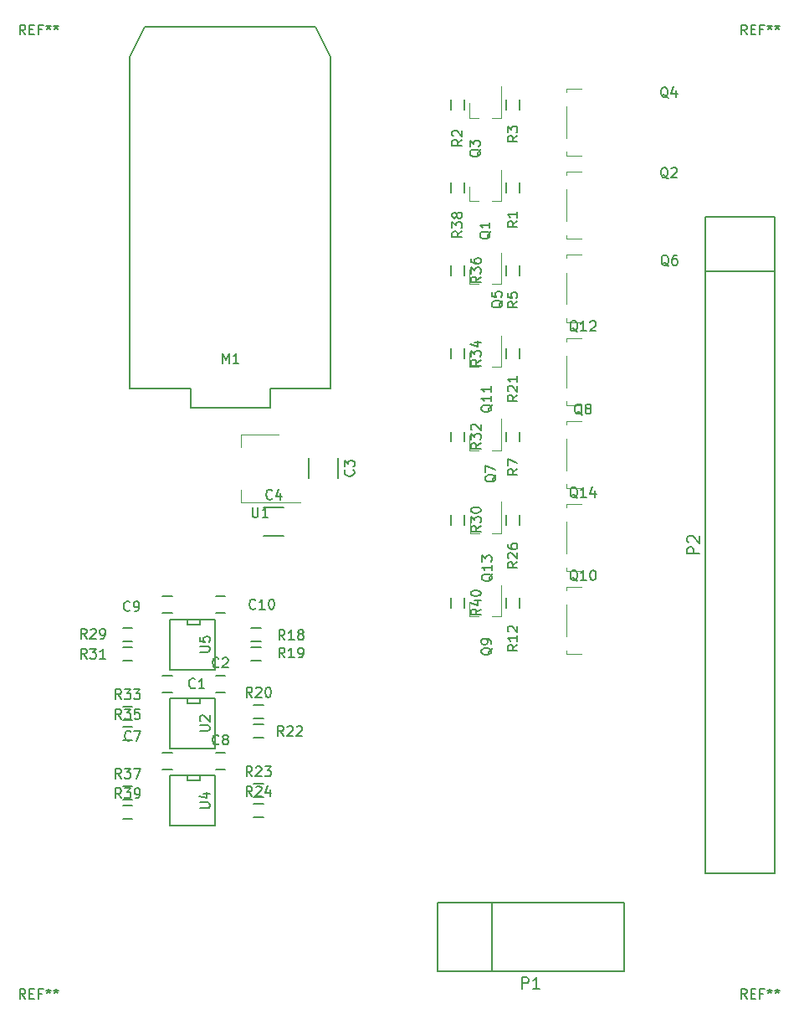
<source format=gbr>
G04 #@! TF.FileFunction,Legend,Top*
%FSLAX46Y46*%
G04 Gerber Fmt 4.6, Leading zero omitted, Abs format (unit mm)*
G04 Created by KiCad (PCBNEW 4.0.5) date Tuesday, March 07, 2017 'PMt' 04:16:58 PM*
%MOMM*%
%LPD*%
G01*
G04 APERTURE LIST*
%ADD10C,0.100000*%
%ADD11C,0.120000*%
%ADD12C,0.150000*%
G04 APERTURE END LIST*
D10*
D11*
X200490000Y-89390000D02*
X200490000Y-90650000D01*
X200490000Y-96210000D02*
X200490000Y-94950000D01*
X204250000Y-89390000D02*
X200490000Y-89390000D01*
X206500000Y-96210000D02*
X200490000Y-96210000D01*
D12*
X189500000Y-110275000D02*
X188500000Y-110275000D01*
X188500000Y-108925000D02*
X189500000Y-108925000D01*
X254500000Y-67360000D02*
X254500000Y-133760000D01*
X254500000Y-133760000D02*
X247500000Y-133760000D01*
X247500000Y-133760000D02*
X247500000Y-67360000D01*
X247500000Y-67360000D02*
X254500000Y-67360000D01*
X254500000Y-72840000D02*
X247500000Y-72840000D01*
X189240000Y-51230000D02*
X190764000Y-48182000D01*
X209560000Y-51230000D02*
X208036000Y-48182000D01*
X208036000Y-48182000D02*
X190764000Y-48182000D01*
X189240000Y-84758000D02*
X189240000Y-51230000D01*
X209560000Y-84758000D02*
X209560000Y-51230000D01*
X195386800Y-84758000D02*
X189240000Y-84758000D01*
X203413200Y-84758000D02*
X209560000Y-84758000D01*
X203413200Y-86663000D02*
X203413200Y-84758000D01*
X195386800Y-86663000D02*
X195386800Y-84758000D01*
X203413200Y-86663000D02*
X195386800Y-86663000D01*
X220360000Y-136700000D02*
X239240000Y-136700000D01*
X239240000Y-136700000D02*
X239240000Y-143700000D01*
X239240000Y-143700000D02*
X220360000Y-143700000D01*
X220360000Y-143700000D02*
X220360000Y-136700000D01*
X225840000Y-136700000D02*
X225840000Y-143700000D01*
X228675000Y-63900000D02*
X228675000Y-64900000D01*
X227325000Y-64900000D02*
X227325000Y-63900000D01*
X228675000Y-55500000D02*
X228675000Y-56500000D01*
X227325000Y-56500000D02*
X227325000Y-55500000D01*
X228675000Y-72300000D02*
X228675000Y-73300000D01*
X227325000Y-73300000D02*
X227325000Y-72300000D01*
X228675000Y-89100000D02*
X228675000Y-90100000D01*
X227325000Y-90100000D02*
X227325000Y-89100000D01*
X193500000Y-113750000D02*
X192500000Y-113750000D01*
X192500000Y-115450000D02*
X193500000Y-115450000D01*
X198900000Y-113750000D02*
X197900000Y-113750000D01*
X197900000Y-115450000D02*
X198900000Y-115450000D01*
X210275000Y-93800000D02*
X210275000Y-91800000D01*
X207325000Y-91800000D02*
X207325000Y-93800000D01*
X204800000Y-96725000D02*
X202800000Y-96725000D01*
X202800000Y-99675000D02*
X204800000Y-99675000D01*
X193500000Y-121550000D02*
X192500000Y-121550000D01*
X192500000Y-123250000D02*
X193500000Y-123250000D01*
X198900000Y-121550000D02*
X197900000Y-121550000D01*
X197900000Y-123250000D02*
X198900000Y-123250000D01*
X193500000Y-105750000D02*
X192500000Y-105750000D01*
X192500000Y-107450000D02*
X193500000Y-107450000D01*
X198900000Y-105750000D02*
X197900000Y-105750000D01*
X197900000Y-107450000D02*
X198900000Y-107450000D01*
D11*
X223620000Y-65760000D02*
X224550000Y-65760000D01*
X226780000Y-65760000D02*
X225850000Y-65760000D01*
X226780000Y-65760000D02*
X226780000Y-62600000D01*
X223620000Y-65760000D02*
X223620000Y-64300000D01*
X223620000Y-57360000D02*
X224550000Y-57360000D01*
X226780000Y-57360000D02*
X225850000Y-57360000D01*
X226780000Y-57360000D02*
X226780000Y-54200000D01*
X223620000Y-57360000D02*
X223620000Y-55900000D01*
X223620000Y-74160000D02*
X224550000Y-74160000D01*
X226780000Y-74160000D02*
X225850000Y-74160000D01*
X226780000Y-74160000D02*
X226780000Y-71000000D01*
X223620000Y-74160000D02*
X223620000Y-72700000D01*
X223620000Y-90960000D02*
X224550000Y-90960000D01*
X226780000Y-90960000D02*
X225850000Y-90960000D01*
X226780000Y-90960000D02*
X226780000Y-87800000D01*
X223620000Y-90960000D02*
X223620000Y-89500000D01*
X223620000Y-107760000D02*
X224550000Y-107760000D01*
X226780000Y-107760000D02*
X225850000Y-107760000D01*
X226780000Y-107760000D02*
X226780000Y-104600000D01*
X223620000Y-107760000D02*
X223620000Y-106300000D01*
X223620000Y-82560000D02*
X224550000Y-82560000D01*
X226780000Y-82560000D02*
X225850000Y-82560000D01*
X226780000Y-82560000D02*
X226780000Y-79400000D01*
X223620000Y-82560000D02*
X223620000Y-81100000D01*
X223670000Y-99360000D02*
X224600000Y-99360000D01*
X226830000Y-99360000D02*
X225900000Y-99360000D01*
X226830000Y-99360000D02*
X226830000Y-96200000D01*
X223670000Y-99360000D02*
X223670000Y-97900000D01*
D12*
X228675000Y-105900000D02*
X228675000Y-106900000D01*
X227325000Y-106900000D02*
X227325000Y-105900000D01*
X202500000Y-110275000D02*
X201500000Y-110275000D01*
X201500000Y-108925000D02*
X202500000Y-108925000D01*
X202500000Y-112275000D02*
X201500000Y-112275000D01*
X201500000Y-110925000D02*
X202500000Y-110925000D01*
X202750000Y-118075000D02*
X201750000Y-118075000D01*
X201750000Y-116725000D02*
X202750000Y-116725000D01*
X228675000Y-80700000D02*
X228675000Y-81700000D01*
X227325000Y-81700000D02*
X227325000Y-80700000D01*
X202750000Y-120075000D02*
X201750000Y-120075000D01*
X201750000Y-118725000D02*
X202750000Y-118725000D01*
X202750000Y-126075000D02*
X201750000Y-126075000D01*
X201750000Y-124725000D02*
X202750000Y-124725000D01*
X202750000Y-128075000D02*
X201750000Y-128075000D01*
X201750000Y-126725000D02*
X202750000Y-126725000D01*
X228675000Y-97500000D02*
X228675000Y-98500000D01*
X227325000Y-98500000D02*
X227325000Y-97500000D01*
X221725000Y-98500000D02*
X221725000Y-97500000D01*
X223075000Y-97500000D02*
X223075000Y-98500000D01*
X189500000Y-112275000D02*
X188500000Y-112275000D01*
X188500000Y-110925000D02*
X189500000Y-110925000D01*
X221725000Y-90100000D02*
X221725000Y-89100000D01*
X223075000Y-89100000D02*
X223075000Y-90100000D01*
X189500000Y-118275000D02*
X188500000Y-118275000D01*
X188500000Y-116925000D02*
X189500000Y-116925000D01*
X221725000Y-81700000D02*
X221725000Y-80700000D01*
X223075000Y-80700000D02*
X223075000Y-81700000D01*
X189500000Y-120275000D02*
X188500000Y-120275000D01*
X188500000Y-118925000D02*
X189500000Y-118925000D01*
X221725000Y-73300000D02*
X221725000Y-72300000D01*
X223075000Y-72300000D02*
X223075000Y-73300000D01*
X189500000Y-126275000D02*
X188500000Y-126275000D01*
X188500000Y-124925000D02*
X189500000Y-124925000D01*
X221725000Y-64900000D02*
X221725000Y-63900000D01*
X223075000Y-63900000D02*
X223075000Y-64900000D01*
X189500000Y-128275000D02*
X188500000Y-128275000D01*
X188500000Y-126925000D02*
X189500000Y-126925000D01*
X221725000Y-106900000D02*
X221725000Y-105900000D01*
X223075000Y-105900000D02*
X223075000Y-106900000D01*
X197886000Y-116060000D02*
X197886000Y-121140000D01*
X197886000Y-121140000D02*
X193314000Y-121140000D01*
X193314000Y-121140000D02*
X193314000Y-116060000D01*
X193314000Y-116060000D02*
X197886000Y-116060000D01*
X196362000Y-116060000D02*
X196362000Y-116568000D01*
X196362000Y-116568000D02*
X195092000Y-116568000D01*
X195092000Y-116568000D02*
X195092000Y-116060000D01*
X197886000Y-123860000D02*
X197886000Y-128940000D01*
X197886000Y-128940000D02*
X193314000Y-128940000D01*
X193314000Y-128940000D02*
X193314000Y-123860000D01*
X193314000Y-123860000D02*
X197886000Y-123860000D01*
X196362000Y-123860000D02*
X196362000Y-124368000D01*
X196362000Y-124368000D02*
X195092000Y-124368000D01*
X195092000Y-124368000D02*
X195092000Y-123860000D01*
X197886000Y-108060000D02*
X197886000Y-113140000D01*
X197886000Y-113140000D02*
X193314000Y-113140000D01*
X193314000Y-113140000D02*
X193314000Y-108060000D01*
X193314000Y-108060000D02*
X197886000Y-108060000D01*
X196362000Y-108060000D02*
X196362000Y-108568000D01*
X196362000Y-108568000D02*
X195092000Y-108568000D01*
X195092000Y-108568000D02*
X195092000Y-108060000D01*
D11*
X233400000Y-63160000D02*
X233400000Y-62810000D01*
X233400000Y-62810000D02*
X234900000Y-62810000D01*
X233400000Y-67810000D02*
X233400000Y-64610000D01*
X234900000Y-69610000D02*
X233400000Y-69610000D01*
X233400000Y-69610000D02*
X233400000Y-69210000D01*
X233400000Y-54760000D02*
X233400000Y-54410000D01*
X233400000Y-54410000D02*
X234900000Y-54410000D01*
X233400000Y-59410000D02*
X233400000Y-56210000D01*
X234900000Y-61210000D02*
X233400000Y-61210000D01*
X233400000Y-61210000D02*
X233400000Y-60810000D01*
X233400000Y-71560000D02*
X233400000Y-71210000D01*
X233400000Y-71210000D02*
X234900000Y-71210000D01*
X233400000Y-76210000D02*
X233400000Y-73010000D01*
X234900000Y-78010000D02*
X233400000Y-78010000D01*
X233400000Y-78010000D02*
X233400000Y-77610000D01*
X233400000Y-88360000D02*
X233400000Y-88010000D01*
X233400000Y-88010000D02*
X234900000Y-88010000D01*
X233400000Y-93010000D02*
X233400000Y-89810000D01*
X234900000Y-94810000D02*
X233400000Y-94810000D01*
X233400000Y-94810000D02*
X233400000Y-94410000D01*
X233400000Y-105160000D02*
X233400000Y-104810000D01*
X233400000Y-104810000D02*
X234900000Y-104810000D01*
X233400000Y-109810000D02*
X233400000Y-106610000D01*
X234900000Y-111610000D02*
X233400000Y-111610000D01*
X233400000Y-111610000D02*
X233400000Y-111210000D01*
X233400000Y-79960000D02*
X233400000Y-79610000D01*
X233400000Y-79610000D02*
X234900000Y-79610000D01*
X233400000Y-84610000D02*
X233400000Y-81410000D01*
X234900000Y-86410000D02*
X233400000Y-86410000D01*
X233400000Y-86410000D02*
X233400000Y-86010000D01*
X233400000Y-96760000D02*
X233400000Y-96410000D01*
X233400000Y-96410000D02*
X234900000Y-96410000D01*
X233400000Y-101410000D02*
X233400000Y-98210000D01*
X234900000Y-103210000D02*
X233400000Y-103210000D01*
X233400000Y-103210000D02*
X233400000Y-102810000D01*
D12*
X221725000Y-56500000D02*
X221725000Y-55500000D01*
X223075000Y-55500000D02*
X223075000Y-56500000D01*
X178666667Y-146452381D02*
X178333333Y-145976190D01*
X178095238Y-146452381D02*
X178095238Y-145452381D01*
X178476191Y-145452381D01*
X178571429Y-145500000D01*
X178619048Y-145547619D01*
X178666667Y-145642857D01*
X178666667Y-145785714D01*
X178619048Y-145880952D01*
X178571429Y-145928571D01*
X178476191Y-145976190D01*
X178095238Y-145976190D01*
X179095238Y-145928571D02*
X179428572Y-145928571D01*
X179571429Y-146452381D02*
X179095238Y-146452381D01*
X179095238Y-145452381D01*
X179571429Y-145452381D01*
X180333334Y-145928571D02*
X180000000Y-145928571D01*
X180000000Y-146452381D02*
X180000000Y-145452381D01*
X180476191Y-145452381D01*
X181000000Y-145452381D02*
X181000000Y-145690476D01*
X180761905Y-145595238D02*
X181000000Y-145690476D01*
X181238096Y-145595238D01*
X180857143Y-145880952D02*
X181000000Y-145690476D01*
X181142858Y-145880952D01*
X181761905Y-145452381D02*
X181761905Y-145690476D01*
X181523810Y-145595238D02*
X181761905Y-145690476D01*
X182000001Y-145595238D01*
X181619048Y-145880952D02*
X181761905Y-145690476D01*
X181904763Y-145880952D01*
X178666667Y-48952381D02*
X178333333Y-48476190D01*
X178095238Y-48952381D02*
X178095238Y-47952381D01*
X178476191Y-47952381D01*
X178571429Y-48000000D01*
X178619048Y-48047619D01*
X178666667Y-48142857D01*
X178666667Y-48285714D01*
X178619048Y-48380952D01*
X178571429Y-48428571D01*
X178476191Y-48476190D01*
X178095238Y-48476190D01*
X179095238Y-48428571D02*
X179428572Y-48428571D01*
X179571429Y-48952381D02*
X179095238Y-48952381D01*
X179095238Y-47952381D01*
X179571429Y-47952381D01*
X180333334Y-48428571D02*
X180000000Y-48428571D01*
X180000000Y-48952381D02*
X180000000Y-47952381D01*
X180476191Y-47952381D01*
X181000000Y-47952381D02*
X181000000Y-48190476D01*
X180761905Y-48095238D02*
X181000000Y-48190476D01*
X181238096Y-48095238D01*
X180857143Y-48380952D02*
X181000000Y-48190476D01*
X181142858Y-48380952D01*
X181761905Y-47952381D02*
X181761905Y-48190476D01*
X181523810Y-48095238D02*
X181761905Y-48190476D01*
X182000001Y-48095238D01*
X181619048Y-48380952D02*
X181761905Y-48190476D01*
X181904763Y-48380952D01*
X251666667Y-48952381D02*
X251333333Y-48476190D01*
X251095238Y-48952381D02*
X251095238Y-47952381D01*
X251476191Y-47952381D01*
X251571429Y-48000000D01*
X251619048Y-48047619D01*
X251666667Y-48142857D01*
X251666667Y-48285714D01*
X251619048Y-48380952D01*
X251571429Y-48428571D01*
X251476191Y-48476190D01*
X251095238Y-48476190D01*
X252095238Y-48428571D02*
X252428572Y-48428571D01*
X252571429Y-48952381D02*
X252095238Y-48952381D01*
X252095238Y-47952381D01*
X252571429Y-47952381D01*
X253333334Y-48428571D02*
X253000000Y-48428571D01*
X253000000Y-48952381D02*
X253000000Y-47952381D01*
X253476191Y-47952381D01*
X254000000Y-47952381D02*
X254000000Y-48190476D01*
X253761905Y-48095238D02*
X254000000Y-48190476D01*
X254238096Y-48095238D01*
X253857143Y-48380952D02*
X254000000Y-48190476D01*
X254142858Y-48380952D01*
X254761905Y-47952381D02*
X254761905Y-48190476D01*
X254523810Y-48095238D02*
X254761905Y-48190476D01*
X255000001Y-48095238D01*
X254619048Y-48380952D02*
X254761905Y-48190476D01*
X254904763Y-48380952D01*
X201638095Y-96752381D02*
X201638095Y-97561905D01*
X201685714Y-97657143D01*
X201733333Y-97704762D01*
X201828571Y-97752381D01*
X202019048Y-97752381D01*
X202114286Y-97704762D01*
X202161905Y-97657143D01*
X202209524Y-97561905D01*
X202209524Y-96752381D01*
X203209524Y-97752381D02*
X202638095Y-97752381D01*
X202923809Y-97752381D02*
X202923809Y-96752381D01*
X202828571Y-96895238D01*
X202733333Y-96990476D01*
X202638095Y-97038095D01*
X184857143Y-110052381D02*
X184523809Y-109576190D01*
X184285714Y-110052381D02*
X184285714Y-109052381D01*
X184666667Y-109052381D01*
X184761905Y-109100000D01*
X184809524Y-109147619D01*
X184857143Y-109242857D01*
X184857143Y-109385714D01*
X184809524Y-109480952D01*
X184761905Y-109528571D01*
X184666667Y-109576190D01*
X184285714Y-109576190D01*
X185238095Y-109147619D02*
X185285714Y-109100000D01*
X185380952Y-109052381D01*
X185619048Y-109052381D01*
X185714286Y-109100000D01*
X185761905Y-109147619D01*
X185809524Y-109242857D01*
X185809524Y-109338095D01*
X185761905Y-109480952D01*
X185190476Y-110052381D01*
X185809524Y-110052381D01*
X186285714Y-110052381D02*
X186476190Y-110052381D01*
X186571429Y-110004762D01*
X186619048Y-109957143D01*
X186714286Y-109814286D01*
X186761905Y-109623810D01*
X186761905Y-109242857D01*
X186714286Y-109147619D01*
X186666667Y-109100000D01*
X186571429Y-109052381D01*
X186380952Y-109052381D01*
X186285714Y-109100000D01*
X186238095Y-109147619D01*
X186190476Y-109242857D01*
X186190476Y-109480952D01*
X186238095Y-109576190D01*
X186285714Y-109623810D01*
X186380952Y-109671429D01*
X186571429Y-109671429D01*
X186666667Y-109623810D01*
X186714286Y-109576190D01*
X186761905Y-109480952D01*
X246842857Y-101445714D02*
X245642857Y-101445714D01*
X245642857Y-100988571D01*
X245700000Y-100874285D01*
X245757143Y-100817142D01*
X245871429Y-100759999D01*
X246042857Y-100759999D01*
X246157143Y-100817142D01*
X246214286Y-100874285D01*
X246271429Y-100988571D01*
X246271429Y-101445714D01*
X245757143Y-100302857D02*
X245700000Y-100245714D01*
X245642857Y-100131428D01*
X245642857Y-99845714D01*
X245700000Y-99731428D01*
X245757143Y-99674285D01*
X245871429Y-99617142D01*
X245985714Y-99617142D01*
X246157143Y-99674285D01*
X246842857Y-100359999D01*
X246842857Y-99617142D01*
X198590476Y-82162381D02*
X198590476Y-81162381D01*
X198923810Y-81876667D01*
X199257143Y-81162381D01*
X199257143Y-82162381D01*
X200257143Y-82162381D02*
X199685714Y-82162381D01*
X199971428Y-82162381D02*
X199971428Y-81162381D01*
X199876190Y-81305238D01*
X199780952Y-81400476D01*
X199685714Y-81448095D01*
X228914286Y-145442857D02*
X228914286Y-144242857D01*
X229371429Y-144242857D01*
X229485715Y-144300000D01*
X229542858Y-144357143D01*
X229600001Y-144471429D01*
X229600001Y-144642857D01*
X229542858Y-144757143D01*
X229485715Y-144814286D01*
X229371429Y-144871429D01*
X228914286Y-144871429D01*
X230742858Y-145442857D02*
X230057143Y-145442857D01*
X230400001Y-145442857D02*
X230400001Y-144242857D01*
X230285715Y-144414286D01*
X230171429Y-144528571D01*
X230057143Y-144585714D01*
X228452381Y-67816666D02*
X227976190Y-68150000D01*
X228452381Y-68388095D02*
X227452381Y-68388095D01*
X227452381Y-68007142D01*
X227500000Y-67911904D01*
X227547619Y-67864285D01*
X227642857Y-67816666D01*
X227785714Y-67816666D01*
X227880952Y-67864285D01*
X227928571Y-67911904D01*
X227976190Y-68007142D01*
X227976190Y-68388095D01*
X228452381Y-66864285D02*
X228452381Y-67435714D01*
X228452381Y-67150000D02*
X227452381Y-67150000D01*
X227595238Y-67245238D01*
X227690476Y-67340476D01*
X227738095Y-67435714D01*
X228452381Y-59166666D02*
X227976190Y-59500000D01*
X228452381Y-59738095D02*
X227452381Y-59738095D01*
X227452381Y-59357142D01*
X227500000Y-59261904D01*
X227547619Y-59214285D01*
X227642857Y-59166666D01*
X227785714Y-59166666D01*
X227880952Y-59214285D01*
X227928571Y-59261904D01*
X227976190Y-59357142D01*
X227976190Y-59738095D01*
X227452381Y-58833333D02*
X227452381Y-58214285D01*
X227833333Y-58547619D01*
X227833333Y-58404761D01*
X227880952Y-58309523D01*
X227928571Y-58261904D01*
X228023810Y-58214285D01*
X228261905Y-58214285D01*
X228357143Y-58261904D01*
X228404762Y-58309523D01*
X228452381Y-58404761D01*
X228452381Y-58690476D01*
X228404762Y-58785714D01*
X228357143Y-58833333D01*
X228452381Y-75966666D02*
X227976190Y-76300000D01*
X228452381Y-76538095D02*
X227452381Y-76538095D01*
X227452381Y-76157142D01*
X227500000Y-76061904D01*
X227547619Y-76014285D01*
X227642857Y-75966666D01*
X227785714Y-75966666D01*
X227880952Y-76014285D01*
X227928571Y-76061904D01*
X227976190Y-76157142D01*
X227976190Y-76538095D01*
X227452381Y-75061904D02*
X227452381Y-75538095D01*
X227928571Y-75585714D01*
X227880952Y-75538095D01*
X227833333Y-75442857D01*
X227833333Y-75204761D01*
X227880952Y-75109523D01*
X227928571Y-75061904D01*
X228023810Y-75014285D01*
X228261905Y-75014285D01*
X228357143Y-75061904D01*
X228404762Y-75109523D01*
X228452381Y-75204761D01*
X228452381Y-75442857D01*
X228404762Y-75538095D01*
X228357143Y-75585714D01*
X228452381Y-92866666D02*
X227976190Y-93200000D01*
X228452381Y-93438095D02*
X227452381Y-93438095D01*
X227452381Y-93057142D01*
X227500000Y-92961904D01*
X227547619Y-92914285D01*
X227642857Y-92866666D01*
X227785714Y-92866666D01*
X227880952Y-92914285D01*
X227928571Y-92961904D01*
X227976190Y-93057142D01*
X227976190Y-93438095D01*
X227452381Y-92533333D02*
X227452381Y-91866666D01*
X228452381Y-92295238D01*
X195833334Y-114957143D02*
X195785715Y-115004762D01*
X195642858Y-115052381D01*
X195547620Y-115052381D01*
X195404762Y-115004762D01*
X195309524Y-114909524D01*
X195261905Y-114814286D01*
X195214286Y-114623810D01*
X195214286Y-114480952D01*
X195261905Y-114290476D01*
X195309524Y-114195238D01*
X195404762Y-114100000D01*
X195547620Y-114052381D01*
X195642858Y-114052381D01*
X195785715Y-114100000D01*
X195833334Y-114147619D01*
X196785715Y-115052381D02*
X196214286Y-115052381D01*
X196500000Y-115052381D02*
X196500000Y-114052381D01*
X196404762Y-114195238D01*
X196309524Y-114290476D01*
X196214286Y-114338095D01*
X198233334Y-112857143D02*
X198185715Y-112904762D01*
X198042858Y-112952381D01*
X197947620Y-112952381D01*
X197804762Y-112904762D01*
X197709524Y-112809524D01*
X197661905Y-112714286D01*
X197614286Y-112523810D01*
X197614286Y-112380952D01*
X197661905Y-112190476D01*
X197709524Y-112095238D01*
X197804762Y-112000000D01*
X197947620Y-111952381D01*
X198042858Y-111952381D01*
X198185715Y-112000000D01*
X198233334Y-112047619D01*
X198614286Y-112047619D02*
X198661905Y-112000000D01*
X198757143Y-111952381D01*
X198995239Y-111952381D01*
X199090477Y-112000000D01*
X199138096Y-112047619D01*
X199185715Y-112142857D01*
X199185715Y-112238095D01*
X199138096Y-112380952D01*
X198566667Y-112952381D01*
X199185715Y-112952381D01*
X211857143Y-92966666D02*
X211904762Y-93014285D01*
X211952381Y-93157142D01*
X211952381Y-93252380D01*
X211904762Y-93395238D01*
X211809524Y-93490476D01*
X211714286Y-93538095D01*
X211523810Y-93585714D01*
X211380952Y-93585714D01*
X211190476Y-93538095D01*
X211095238Y-93490476D01*
X211000000Y-93395238D01*
X210952381Y-93252380D01*
X210952381Y-93157142D01*
X211000000Y-93014285D01*
X211047619Y-92966666D01*
X210952381Y-92633333D02*
X210952381Y-92014285D01*
X211333333Y-92347619D01*
X211333333Y-92204761D01*
X211380952Y-92109523D01*
X211428571Y-92061904D01*
X211523810Y-92014285D01*
X211761905Y-92014285D01*
X211857143Y-92061904D01*
X211904762Y-92109523D01*
X211952381Y-92204761D01*
X211952381Y-92490476D01*
X211904762Y-92585714D01*
X211857143Y-92633333D01*
X203633334Y-95857143D02*
X203585715Y-95904762D01*
X203442858Y-95952381D01*
X203347620Y-95952381D01*
X203204762Y-95904762D01*
X203109524Y-95809524D01*
X203061905Y-95714286D01*
X203014286Y-95523810D01*
X203014286Y-95380952D01*
X203061905Y-95190476D01*
X203109524Y-95095238D01*
X203204762Y-95000000D01*
X203347620Y-94952381D01*
X203442858Y-94952381D01*
X203585715Y-95000000D01*
X203633334Y-95047619D01*
X204490477Y-95285714D02*
X204490477Y-95952381D01*
X204252381Y-94904762D02*
X204014286Y-95619048D01*
X204633334Y-95619048D01*
X189333334Y-120257143D02*
X189285715Y-120304762D01*
X189142858Y-120352381D01*
X189047620Y-120352381D01*
X188904762Y-120304762D01*
X188809524Y-120209524D01*
X188761905Y-120114286D01*
X188714286Y-119923810D01*
X188714286Y-119780952D01*
X188761905Y-119590476D01*
X188809524Y-119495238D01*
X188904762Y-119400000D01*
X189047620Y-119352381D01*
X189142858Y-119352381D01*
X189285715Y-119400000D01*
X189333334Y-119447619D01*
X189666667Y-119352381D02*
X190333334Y-119352381D01*
X189904762Y-120352381D01*
X198233334Y-120657143D02*
X198185715Y-120704762D01*
X198042858Y-120752381D01*
X197947620Y-120752381D01*
X197804762Y-120704762D01*
X197709524Y-120609524D01*
X197661905Y-120514286D01*
X197614286Y-120323810D01*
X197614286Y-120180952D01*
X197661905Y-119990476D01*
X197709524Y-119895238D01*
X197804762Y-119800000D01*
X197947620Y-119752381D01*
X198042858Y-119752381D01*
X198185715Y-119800000D01*
X198233334Y-119847619D01*
X198804762Y-120180952D02*
X198709524Y-120133333D01*
X198661905Y-120085714D01*
X198614286Y-119990476D01*
X198614286Y-119942857D01*
X198661905Y-119847619D01*
X198709524Y-119800000D01*
X198804762Y-119752381D01*
X198995239Y-119752381D01*
X199090477Y-119800000D01*
X199138096Y-119847619D01*
X199185715Y-119942857D01*
X199185715Y-119990476D01*
X199138096Y-120085714D01*
X199090477Y-120133333D01*
X198995239Y-120180952D01*
X198804762Y-120180952D01*
X198709524Y-120228571D01*
X198661905Y-120276190D01*
X198614286Y-120371429D01*
X198614286Y-120561905D01*
X198661905Y-120657143D01*
X198709524Y-120704762D01*
X198804762Y-120752381D01*
X198995239Y-120752381D01*
X199090477Y-120704762D01*
X199138096Y-120657143D01*
X199185715Y-120561905D01*
X199185715Y-120371429D01*
X199138096Y-120276190D01*
X199090477Y-120228571D01*
X198995239Y-120180952D01*
X189233334Y-107157143D02*
X189185715Y-107204762D01*
X189042858Y-107252381D01*
X188947620Y-107252381D01*
X188804762Y-107204762D01*
X188709524Y-107109524D01*
X188661905Y-107014286D01*
X188614286Y-106823810D01*
X188614286Y-106680952D01*
X188661905Y-106490476D01*
X188709524Y-106395238D01*
X188804762Y-106300000D01*
X188947620Y-106252381D01*
X189042858Y-106252381D01*
X189185715Y-106300000D01*
X189233334Y-106347619D01*
X189709524Y-107252381D02*
X189900000Y-107252381D01*
X189995239Y-107204762D01*
X190042858Y-107157143D01*
X190138096Y-107014286D01*
X190185715Y-106823810D01*
X190185715Y-106442857D01*
X190138096Y-106347619D01*
X190090477Y-106300000D01*
X189995239Y-106252381D01*
X189804762Y-106252381D01*
X189709524Y-106300000D01*
X189661905Y-106347619D01*
X189614286Y-106442857D01*
X189614286Y-106680952D01*
X189661905Y-106776190D01*
X189709524Y-106823810D01*
X189804762Y-106871429D01*
X189995239Y-106871429D01*
X190090477Y-106823810D01*
X190138096Y-106776190D01*
X190185715Y-106680952D01*
X201957143Y-106957143D02*
X201909524Y-107004762D01*
X201766667Y-107052381D01*
X201671429Y-107052381D01*
X201528571Y-107004762D01*
X201433333Y-106909524D01*
X201385714Y-106814286D01*
X201338095Y-106623810D01*
X201338095Y-106480952D01*
X201385714Y-106290476D01*
X201433333Y-106195238D01*
X201528571Y-106100000D01*
X201671429Y-106052381D01*
X201766667Y-106052381D01*
X201909524Y-106100000D01*
X201957143Y-106147619D01*
X202909524Y-107052381D02*
X202338095Y-107052381D01*
X202623809Y-107052381D02*
X202623809Y-106052381D01*
X202528571Y-106195238D01*
X202433333Y-106290476D01*
X202338095Y-106338095D01*
X203528571Y-106052381D02*
X203623810Y-106052381D01*
X203719048Y-106100000D01*
X203766667Y-106147619D01*
X203814286Y-106242857D01*
X203861905Y-106433333D01*
X203861905Y-106671429D01*
X203814286Y-106861905D01*
X203766667Y-106957143D01*
X203719048Y-107004762D01*
X203623810Y-107052381D01*
X203528571Y-107052381D01*
X203433333Y-107004762D01*
X203385714Y-106957143D01*
X203338095Y-106861905D01*
X203290476Y-106671429D01*
X203290476Y-106433333D01*
X203338095Y-106242857D01*
X203385714Y-106147619D01*
X203433333Y-106100000D01*
X203528571Y-106052381D01*
X225747619Y-68845238D02*
X225700000Y-68940476D01*
X225604762Y-69035714D01*
X225461905Y-69178571D01*
X225414286Y-69273810D01*
X225414286Y-69369048D01*
X225652381Y-69321429D02*
X225604762Y-69416667D01*
X225509524Y-69511905D01*
X225319048Y-69559524D01*
X224985714Y-69559524D01*
X224795238Y-69511905D01*
X224700000Y-69416667D01*
X224652381Y-69321429D01*
X224652381Y-69130952D01*
X224700000Y-69035714D01*
X224795238Y-68940476D01*
X224985714Y-68892857D01*
X225319048Y-68892857D01*
X225509524Y-68940476D01*
X225604762Y-69035714D01*
X225652381Y-69130952D01*
X225652381Y-69321429D01*
X225652381Y-67940476D02*
X225652381Y-68511905D01*
X225652381Y-68226191D02*
X224652381Y-68226191D01*
X224795238Y-68321429D01*
X224890476Y-68416667D01*
X224938095Y-68511905D01*
X224747619Y-60545238D02*
X224700000Y-60640476D01*
X224604762Y-60735714D01*
X224461905Y-60878571D01*
X224414286Y-60973810D01*
X224414286Y-61069048D01*
X224652381Y-61021429D02*
X224604762Y-61116667D01*
X224509524Y-61211905D01*
X224319048Y-61259524D01*
X223985714Y-61259524D01*
X223795238Y-61211905D01*
X223700000Y-61116667D01*
X223652381Y-61021429D01*
X223652381Y-60830952D01*
X223700000Y-60735714D01*
X223795238Y-60640476D01*
X223985714Y-60592857D01*
X224319048Y-60592857D01*
X224509524Y-60640476D01*
X224604762Y-60735714D01*
X224652381Y-60830952D01*
X224652381Y-61021429D01*
X223652381Y-60259524D02*
X223652381Y-59640476D01*
X224033333Y-59973810D01*
X224033333Y-59830952D01*
X224080952Y-59735714D01*
X224128571Y-59688095D01*
X224223810Y-59640476D01*
X224461905Y-59640476D01*
X224557143Y-59688095D01*
X224604762Y-59735714D01*
X224652381Y-59830952D01*
X224652381Y-60116667D01*
X224604762Y-60211905D01*
X224557143Y-60259524D01*
X226957619Y-75835238D02*
X226910000Y-75930476D01*
X226814762Y-76025714D01*
X226671905Y-76168571D01*
X226624286Y-76263810D01*
X226624286Y-76359048D01*
X226862381Y-76311429D02*
X226814762Y-76406667D01*
X226719524Y-76501905D01*
X226529048Y-76549524D01*
X226195714Y-76549524D01*
X226005238Y-76501905D01*
X225910000Y-76406667D01*
X225862381Y-76311429D01*
X225862381Y-76120952D01*
X225910000Y-76025714D01*
X226005238Y-75930476D01*
X226195714Y-75882857D01*
X226529048Y-75882857D01*
X226719524Y-75930476D01*
X226814762Y-76025714D01*
X226862381Y-76120952D01*
X226862381Y-76311429D01*
X225862381Y-74978095D02*
X225862381Y-75454286D01*
X226338571Y-75501905D01*
X226290952Y-75454286D01*
X226243333Y-75359048D01*
X226243333Y-75120952D01*
X226290952Y-75025714D01*
X226338571Y-74978095D01*
X226433810Y-74930476D01*
X226671905Y-74930476D01*
X226767143Y-74978095D01*
X226814762Y-75025714D01*
X226862381Y-75120952D01*
X226862381Y-75359048D01*
X226814762Y-75454286D01*
X226767143Y-75501905D01*
X226297619Y-93445238D02*
X226250000Y-93540476D01*
X226154762Y-93635714D01*
X226011905Y-93778571D01*
X225964286Y-93873810D01*
X225964286Y-93969048D01*
X226202381Y-93921429D02*
X226154762Y-94016667D01*
X226059524Y-94111905D01*
X225869048Y-94159524D01*
X225535714Y-94159524D01*
X225345238Y-94111905D01*
X225250000Y-94016667D01*
X225202381Y-93921429D01*
X225202381Y-93730952D01*
X225250000Y-93635714D01*
X225345238Y-93540476D01*
X225535714Y-93492857D01*
X225869048Y-93492857D01*
X226059524Y-93540476D01*
X226154762Y-93635714D01*
X226202381Y-93730952D01*
X226202381Y-93921429D01*
X225202381Y-93159524D02*
X225202381Y-92492857D01*
X226202381Y-92921429D01*
X225897619Y-110945238D02*
X225850000Y-111040476D01*
X225754762Y-111135714D01*
X225611905Y-111278571D01*
X225564286Y-111373810D01*
X225564286Y-111469048D01*
X225802381Y-111421429D02*
X225754762Y-111516667D01*
X225659524Y-111611905D01*
X225469048Y-111659524D01*
X225135714Y-111659524D01*
X224945238Y-111611905D01*
X224850000Y-111516667D01*
X224802381Y-111421429D01*
X224802381Y-111230952D01*
X224850000Y-111135714D01*
X224945238Y-111040476D01*
X225135714Y-110992857D01*
X225469048Y-110992857D01*
X225659524Y-111040476D01*
X225754762Y-111135714D01*
X225802381Y-111230952D01*
X225802381Y-111421429D01*
X225802381Y-110516667D02*
X225802381Y-110326191D01*
X225754762Y-110230952D01*
X225707143Y-110183333D01*
X225564286Y-110088095D01*
X225373810Y-110040476D01*
X224992857Y-110040476D01*
X224897619Y-110088095D01*
X224850000Y-110135714D01*
X224802381Y-110230952D01*
X224802381Y-110421429D01*
X224850000Y-110516667D01*
X224897619Y-110564286D01*
X224992857Y-110611905D01*
X225230952Y-110611905D01*
X225326190Y-110564286D01*
X225373810Y-110516667D01*
X225421429Y-110421429D01*
X225421429Y-110230952D01*
X225373810Y-110135714D01*
X225326190Y-110088095D01*
X225230952Y-110040476D01*
X225897619Y-86371428D02*
X225850000Y-86466666D01*
X225754762Y-86561904D01*
X225611905Y-86704761D01*
X225564286Y-86800000D01*
X225564286Y-86895238D01*
X225802381Y-86847619D02*
X225754762Y-86942857D01*
X225659524Y-87038095D01*
X225469048Y-87085714D01*
X225135714Y-87085714D01*
X224945238Y-87038095D01*
X224850000Y-86942857D01*
X224802381Y-86847619D01*
X224802381Y-86657142D01*
X224850000Y-86561904D01*
X224945238Y-86466666D01*
X225135714Y-86419047D01*
X225469048Y-86419047D01*
X225659524Y-86466666D01*
X225754762Y-86561904D01*
X225802381Y-86657142D01*
X225802381Y-86847619D01*
X225802381Y-85466666D02*
X225802381Y-86038095D01*
X225802381Y-85752381D02*
X224802381Y-85752381D01*
X224945238Y-85847619D01*
X225040476Y-85942857D01*
X225088095Y-86038095D01*
X225802381Y-84514285D02*
X225802381Y-85085714D01*
X225802381Y-84800000D02*
X224802381Y-84800000D01*
X224945238Y-84895238D01*
X225040476Y-84990476D01*
X225088095Y-85085714D01*
X225947619Y-103471428D02*
X225900000Y-103566666D01*
X225804762Y-103661904D01*
X225661905Y-103804761D01*
X225614286Y-103900000D01*
X225614286Y-103995238D01*
X225852381Y-103947619D02*
X225804762Y-104042857D01*
X225709524Y-104138095D01*
X225519048Y-104185714D01*
X225185714Y-104185714D01*
X224995238Y-104138095D01*
X224900000Y-104042857D01*
X224852381Y-103947619D01*
X224852381Y-103757142D01*
X224900000Y-103661904D01*
X224995238Y-103566666D01*
X225185714Y-103519047D01*
X225519048Y-103519047D01*
X225709524Y-103566666D01*
X225804762Y-103661904D01*
X225852381Y-103757142D01*
X225852381Y-103947619D01*
X225852381Y-102566666D02*
X225852381Y-103138095D01*
X225852381Y-102852381D02*
X224852381Y-102852381D01*
X224995238Y-102947619D01*
X225090476Y-103042857D01*
X225138095Y-103138095D01*
X224852381Y-102233333D02*
X224852381Y-101614285D01*
X225233333Y-101947619D01*
X225233333Y-101804761D01*
X225280952Y-101709523D01*
X225328571Y-101661904D01*
X225423810Y-101614285D01*
X225661905Y-101614285D01*
X225757143Y-101661904D01*
X225804762Y-101709523D01*
X225852381Y-101804761D01*
X225852381Y-102090476D01*
X225804762Y-102185714D01*
X225757143Y-102233333D01*
X228452381Y-110642857D02*
X227976190Y-110976191D01*
X228452381Y-111214286D02*
X227452381Y-111214286D01*
X227452381Y-110833333D01*
X227500000Y-110738095D01*
X227547619Y-110690476D01*
X227642857Y-110642857D01*
X227785714Y-110642857D01*
X227880952Y-110690476D01*
X227928571Y-110738095D01*
X227976190Y-110833333D01*
X227976190Y-111214286D01*
X228452381Y-109690476D02*
X228452381Y-110261905D01*
X228452381Y-109976191D02*
X227452381Y-109976191D01*
X227595238Y-110071429D01*
X227690476Y-110166667D01*
X227738095Y-110261905D01*
X227547619Y-109309524D02*
X227500000Y-109261905D01*
X227452381Y-109166667D01*
X227452381Y-108928571D01*
X227500000Y-108833333D01*
X227547619Y-108785714D01*
X227642857Y-108738095D01*
X227738095Y-108738095D01*
X227880952Y-108785714D01*
X228452381Y-109357143D01*
X228452381Y-108738095D01*
X204907143Y-110152381D02*
X204573809Y-109676190D01*
X204335714Y-110152381D02*
X204335714Y-109152381D01*
X204716667Y-109152381D01*
X204811905Y-109200000D01*
X204859524Y-109247619D01*
X204907143Y-109342857D01*
X204907143Y-109485714D01*
X204859524Y-109580952D01*
X204811905Y-109628571D01*
X204716667Y-109676190D01*
X204335714Y-109676190D01*
X205859524Y-110152381D02*
X205288095Y-110152381D01*
X205573809Y-110152381D02*
X205573809Y-109152381D01*
X205478571Y-109295238D01*
X205383333Y-109390476D01*
X205288095Y-109438095D01*
X206430952Y-109580952D02*
X206335714Y-109533333D01*
X206288095Y-109485714D01*
X206240476Y-109390476D01*
X206240476Y-109342857D01*
X206288095Y-109247619D01*
X206335714Y-109200000D01*
X206430952Y-109152381D01*
X206621429Y-109152381D01*
X206716667Y-109200000D01*
X206764286Y-109247619D01*
X206811905Y-109342857D01*
X206811905Y-109390476D01*
X206764286Y-109485714D01*
X206716667Y-109533333D01*
X206621429Y-109580952D01*
X206430952Y-109580952D01*
X206335714Y-109628571D01*
X206288095Y-109676190D01*
X206240476Y-109771429D01*
X206240476Y-109961905D01*
X206288095Y-110057143D01*
X206335714Y-110104762D01*
X206430952Y-110152381D01*
X206621429Y-110152381D01*
X206716667Y-110104762D01*
X206764286Y-110057143D01*
X206811905Y-109961905D01*
X206811905Y-109771429D01*
X206764286Y-109676190D01*
X206716667Y-109628571D01*
X206621429Y-109580952D01*
X204907143Y-111952381D02*
X204573809Y-111476190D01*
X204335714Y-111952381D02*
X204335714Y-110952381D01*
X204716667Y-110952381D01*
X204811905Y-111000000D01*
X204859524Y-111047619D01*
X204907143Y-111142857D01*
X204907143Y-111285714D01*
X204859524Y-111380952D01*
X204811905Y-111428571D01*
X204716667Y-111476190D01*
X204335714Y-111476190D01*
X205859524Y-111952381D02*
X205288095Y-111952381D01*
X205573809Y-111952381D02*
X205573809Y-110952381D01*
X205478571Y-111095238D01*
X205383333Y-111190476D01*
X205288095Y-111238095D01*
X206335714Y-111952381D02*
X206526190Y-111952381D01*
X206621429Y-111904762D01*
X206669048Y-111857143D01*
X206764286Y-111714286D01*
X206811905Y-111523810D01*
X206811905Y-111142857D01*
X206764286Y-111047619D01*
X206716667Y-111000000D01*
X206621429Y-110952381D01*
X206430952Y-110952381D01*
X206335714Y-111000000D01*
X206288095Y-111047619D01*
X206240476Y-111142857D01*
X206240476Y-111380952D01*
X206288095Y-111476190D01*
X206335714Y-111523810D01*
X206430952Y-111571429D01*
X206621429Y-111571429D01*
X206716667Y-111523810D01*
X206764286Y-111476190D01*
X206811905Y-111380952D01*
X201607143Y-115952381D02*
X201273809Y-115476190D01*
X201035714Y-115952381D02*
X201035714Y-114952381D01*
X201416667Y-114952381D01*
X201511905Y-115000000D01*
X201559524Y-115047619D01*
X201607143Y-115142857D01*
X201607143Y-115285714D01*
X201559524Y-115380952D01*
X201511905Y-115428571D01*
X201416667Y-115476190D01*
X201035714Y-115476190D01*
X201988095Y-115047619D02*
X202035714Y-115000000D01*
X202130952Y-114952381D01*
X202369048Y-114952381D01*
X202464286Y-115000000D01*
X202511905Y-115047619D01*
X202559524Y-115142857D01*
X202559524Y-115238095D01*
X202511905Y-115380952D01*
X201940476Y-115952381D01*
X202559524Y-115952381D01*
X203178571Y-114952381D02*
X203273810Y-114952381D01*
X203369048Y-115000000D01*
X203416667Y-115047619D01*
X203464286Y-115142857D01*
X203511905Y-115333333D01*
X203511905Y-115571429D01*
X203464286Y-115761905D01*
X203416667Y-115857143D01*
X203369048Y-115904762D01*
X203273810Y-115952381D01*
X203178571Y-115952381D01*
X203083333Y-115904762D01*
X203035714Y-115857143D01*
X202988095Y-115761905D01*
X202940476Y-115571429D01*
X202940476Y-115333333D01*
X202988095Y-115142857D01*
X203035714Y-115047619D01*
X203083333Y-115000000D01*
X203178571Y-114952381D01*
X228452381Y-85392857D02*
X227976190Y-85726191D01*
X228452381Y-85964286D02*
X227452381Y-85964286D01*
X227452381Y-85583333D01*
X227500000Y-85488095D01*
X227547619Y-85440476D01*
X227642857Y-85392857D01*
X227785714Y-85392857D01*
X227880952Y-85440476D01*
X227928571Y-85488095D01*
X227976190Y-85583333D01*
X227976190Y-85964286D01*
X227547619Y-85011905D02*
X227500000Y-84964286D01*
X227452381Y-84869048D01*
X227452381Y-84630952D01*
X227500000Y-84535714D01*
X227547619Y-84488095D01*
X227642857Y-84440476D01*
X227738095Y-84440476D01*
X227880952Y-84488095D01*
X228452381Y-85059524D01*
X228452381Y-84440476D01*
X228452381Y-83488095D02*
X228452381Y-84059524D01*
X228452381Y-83773810D02*
X227452381Y-83773810D01*
X227595238Y-83869048D01*
X227690476Y-83964286D01*
X227738095Y-84059524D01*
X204782143Y-119852381D02*
X204448809Y-119376190D01*
X204210714Y-119852381D02*
X204210714Y-118852381D01*
X204591667Y-118852381D01*
X204686905Y-118900000D01*
X204734524Y-118947619D01*
X204782143Y-119042857D01*
X204782143Y-119185714D01*
X204734524Y-119280952D01*
X204686905Y-119328571D01*
X204591667Y-119376190D01*
X204210714Y-119376190D01*
X205163095Y-118947619D02*
X205210714Y-118900000D01*
X205305952Y-118852381D01*
X205544048Y-118852381D01*
X205639286Y-118900000D01*
X205686905Y-118947619D01*
X205734524Y-119042857D01*
X205734524Y-119138095D01*
X205686905Y-119280952D01*
X205115476Y-119852381D01*
X205734524Y-119852381D01*
X206115476Y-118947619D02*
X206163095Y-118900000D01*
X206258333Y-118852381D01*
X206496429Y-118852381D01*
X206591667Y-118900000D01*
X206639286Y-118947619D01*
X206686905Y-119042857D01*
X206686905Y-119138095D01*
X206639286Y-119280952D01*
X206067857Y-119852381D01*
X206686905Y-119852381D01*
X201607143Y-123952381D02*
X201273809Y-123476190D01*
X201035714Y-123952381D02*
X201035714Y-122952381D01*
X201416667Y-122952381D01*
X201511905Y-123000000D01*
X201559524Y-123047619D01*
X201607143Y-123142857D01*
X201607143Y-123285714D01*
X201559524Y-123380952D01*
X201511905Y-123428571D01*
X201416667Y-123476190D01*
X201035714Y-123476190D01*
X201988095Y-123047619D02*
X202035714Y-123000000D01*
X202130952Y-122952381D01*
X202369048Y-122952381D01*
X202464286Y-123000000D01*
X202511905Y-123047619D01*
X202559524Y-123142857D01*
X202559524Y-123238095D01*
X202511905Y-123380952D01*
X201940476Y-123952381D01*
X202559524Y-123952381D01*
X202892857Y-122952381D02*
X203511905Y-122952381D01*
X203178571Y-123333333D01*
X203321429Y-123333333D01*
X203416667Y-123380952D01*
X203464286Y-123428571D01*
X203511905Y-123523810D01*
X203511905Y-123761905D01*
X203464286Y-123857143D01*
X203416667Y-123904762D01*
X203321429Y-123952381D01*
X203035714Y-123952381D01*
X202940476Y-123904762D01*
X202892857Y-123857143D01*
X201607143Y-125952381D02*
X201273809Y-125476190D01*
X201035714Y-125952381D02*
X201035714Y-124952381D01*
X201416667Y-124952381D01*
X201511905Y-125000000D01*
X201559524Y-125047619D01*
X201607143Y-125142857D01*
X201607143Y-125285714D01*
X201559524Y-125380952D01*
X201511905Y-125428571D01*
X201416667Y-125476190D01*
X201035714Y-125476190D01*
X201988095Y-125047619D02*
X202035714Y-125000000D01*
X202130952Y-124952381D01*
X202369048Y-124952381D01*
X202464286Y-125000000D01*
X202511905Y-125047619D01*
X202559524Y-125142857D01*
X202559524Y-125238095D01*
X202511905Y-125380952D01*
X201940476Y-125952381D01*
X202559524Y-125952381D01*
X203416667Y-125285714D02*
X203416667Y-125952381D01*
X203178571Y-124904762D02*
X202940476Y-125619048D01*
X203559524Y-125619048D01*
X228452381Y-102292857D02*
X227976190Y-102626191D01*
X228452381Y-102864286D02*
X227452381Y-102864286D01*
X227452381Y-102483333D01*
X227500000Y-102388095D01*
X227547619Y-102340476D01*
X227642857Y-102292857D01*
X227785714Y-102292857D01*
X227880952Y-102340476D01*
X227928571Y-102388095D01*
X227976190Y-102483333D01*
X227976190Y-102864286D01*
X227547619Y-101911905D02*
X227500000Y-101864286D01*
X227452381Y-101769048D01*
X227452381Y-101530952D01*
X227500000Y-101435714D01*
X227547619Y-101388095D01*
X227642857Y-101340476D01*
X227738095Y-101340476D01*
X227880952Y-101388095D01*
X228452381Y-101959524D01*
X228452381Y-101340476D01*
X227452381Y-100483333D02*
X227452381Y-100673810D01*
X227500000Y-100769048D01*
X227547619Y-100816667D01*
X227690476Y-100911905D01*
X227880952Y-100959524D01*
X228261905Y-100959524D01*
X228357143Y-100911905D01*
X228404762Y-100864286D01*
X228452381Y-100769048D01*
X228452381Y-100578571D01*
X228404762Y-100483333D01*
X228357143Y-100435714D01*
X228261905Y-100388095D01*
X228023810Y-100388095D01*
X227928571Y-100435714D01*
X227880952Y-100483333D01*
X227833333Y-100578571D01*
X227833333Y-100769048D01*
X227880952Y-100864286D01*
X227928571Y-100911905D01*
X228023810Y-100959524D01*
X224752381Y-98642857D02*
X224276190Y-98976191D01*
X224752381Y-99214286D02*
X223752381Y-99214286D01*
X223752381Y-98833333D01*
X223800000Y-98738095D01*
X223847619Y-98690476D01*
X223942857Y-98642857D01*
X224085714Y-98642857D01*
X224180952Y-98690476D01*
X224228571Y-98738095D01*
X224276190Y-98833333D01*
X224276190Y-99214286D01*
X223752381Y-98309524D02*
X223752381Y-97690476D01*
X224133333Y-98023810D01*
X224133333Y-97880952D01*
X224180952Y-97785714D01*
X224228571Y-97738095D01*
X224323810Y-97690476D01*
X224561905Y-97690476D01*
X224657143Y-97738095D01*
X224704762Y-97785714D01*
X224752381Y-97880952D01*
X224752381Y-98166667D01*
X224704762Y-98261905D01*
X224657143Y-98309524D01*
X223752381Y-97071429D02*
X223752381Y-96976190D01*
X223800000Y-96880952D01*
X223847619Y-96833333D01*
X223942857Y-96785714D01*
X224133333Y-96738095D01*
X224371429Y-96738095D01*
X224561905Y-96785714D01*
X224657143Y-96833333D01*
X224704762Y-96880952D01*
X224752381Y-96976190D01*
X224752381Y-97071429D01*
X224704762Y-97166667D01*
X224657143Y-97214286D01*
X224561905Y-97261905D01*
X224371429Y-97309524D01*
X224133333Y-97309524D01*
X223942857Y-97261905D01*
X223847619Y-97214286D01*
X223800000Y-97166667D01*
X223752381Y-97071429D01*
X184857143Y-112052381D02*
X184523809Y-111576190D01*
X184285714Y-112052381D02*
X184285714Y-111052381D01*
X184666667Y-111052381D01*
X184761905Y-111100000D01*
X184809524Y-111147619D01*
X184857143Y-111242857D01*
X184857143Y-111385714D01*
X184809524Y-111480952D01*
X184761905Y-111528571D01*
X184666667Y-111576190D01*
X184285714Y-111576190D01*
X185190476Y-111052381D02*
X185809524Y-111052381D01*
X185476190Y-111433333D01*
X185619048Y-111433333D01*
X185714286Y-111480952D01*
X185761905Y-111528571D01*
X185809524Y-111623810D01*
X185809524Y-111861905D01*
X185761905Y-111957143D01*
X185714286Y-112004762D01*
X185619048Y-112052381D01*
X185333333Y-112052381D01*
X185238095Y-112004762D01*
X185190476Y-111957143D01*
X186761905Y-112052381D02*
X186190476Y-112052381D01*
X186476190Y-112052381D02*
X186476190Y-111052381D01*
X186380952Y-111195238D01*
X186285714Y-111290476D01*
X186190476Y-111338095D01*
X224752381Y-90242857D02*
X224276190Y-90576191D01*
X224752381Y-90814286D02*
X223752381Y-90814286D01*
X223752381Y-90433333D01*
X223800000Y-90338095D01*
X223847619Y-90290476D01*
X223942857Y-90242857D01*
X224085714Y-90242857D01*
X224180952Y-90290476D01*
X224228571Y-90338095D01*
X224276190Y-90433333D01*
X224276190Y-90814286D01*
X223752381Y-89909524D02*
X223752381Y-89290476D01*
X224133333Y-89623810D01*
X224133333Y-89480952D01*
X224180952Y-89385714D01*
X224228571Y-89338095D01*
X224323810Y-89290476D01*
X224561905Y-89290476D01*
X224657143Y-89338095D01*
X224704762Y-89385714D01*
X224752381Y-89480952D01*
X224752381Y-89766667D01*
X224704762Y-89861905D01*
X224657143Y-89909524D01*
X223847619Y-88909524D02*
X223800000Y-88861905D01*
X223752381Y-88766667D01*
X223752381Y-88528571D01*
X223800000Y-88433333D01*
X223847619Y-88385714D01*
X223942857Y-88338095D01*
X224038095Y-88338095D01*
X224180952Y-88385714D01*
X224752381Y-88957143D01*
X224752381Y-88338095D01*
X188357143Y-116152381D02*
X188023809Y-115676190D01*
X187785714Y-116152381D02*
X187785714Y-115152381D01*
X188166667Y-115152381D01*
X188261905Y-115200000D01*
X188309524Y-115247619D01*
X188357143Y-115342857D01*
X188357143Y-115485714D01*
X188309524Y-115580952D01*
X188261905Y-115628571D01*
X188166667Y-115676190D01*
X187785714Y-115676190D01*
X188690476Y-115152381D02*
X189309524Y-115152381D01*
X188976190Y-115533333D01*
X189119048Y-115533333D01*
X189214286Y-115580952D01*
X189261905Y-115628571D01*
X189309524Y-115723810D01*
X189309524Y-115961905D01*
X189261905Y-116057143D01*
X189214286Y-116104762D01*
X189119048Y-116152381D01*
X188833333Y-116152381D01*
X188738095Y-116104762D01*
X188690476Y-116057143D01*
X189642857Y-115152381D02*
X190261905Y-115152381D01*
X189928571Y-115533333D01*
X190071429Y-115533333D01*
X190166667Y-115580952D01*
X190214286Y-115628571D01*
X190261905Y-115723810D01*
X190261905Y-115961905D01*
X190214286Y-116057143D01*
X190166667Y-116104762D01*
X190071429Y-116152381D01*
X189785714Y-116152381D01*
X189690476Y-116104762D01*
X189642857Y-116057143D01*
X224752381Y-81842857D02*
X224276190Y-82176191D01*
X224752381Y-82414286D02*
X223752381Y-82414286D01*
X223752381Y-82033333D01*
X223800000Y-81938095D01*
X223847619Y-81890476D01*
X223942857Y-81842857D01*
X224085714Y-81842857D01*
X224180952Y-81890476D01*
X224228571Y-81938095D01*
X224276190Y-82033333D01*
X224276190Y-82414286D01*
X223752381Y-81509524D02*
X223752381Y-80890476D01*
X224133333Y-81223810D01*
X224133333Y-81080952D01*
X224180952Y-80985714D01*
X224228571Y-80938095D01*
X224323810Y-80890476D01*
X224561905Y-80890476D01*
X224657143Y-80938095D01*
X224704762Y-80985714D01*
X224752381Y-81080952D01*
X224752381Y-81366667D01*
X224704762Y-81461905D01*
X224657143Y-81509524D01*
X224085714Y-80033333D02*
X224752381Y-80033333D01*
X223704762Y-80271429D02*
X224419048Y-80509524D01*
X224419048Y-79890476D01*
X188357143Y-118152381D02*
X188023809Y-117676190D01*
X187785714Y-118152381D02*
X187785714Y-117152381D01*
X188166667Y-117152381D01*
X188261905Y-117200000D01*
X188309524Y-117247619D01*
X188357143Y-117342857D01*
X188357143Y-117485714D01*
X188309524Y-117580952D01*
X188261905Y-117628571D01*
X188166667Y-117676190D01*
X187785714Y-117676190D01*
X188690476Y-117152381D02*
X189309524Y-117152381D01*
X188976190Y-117533333D01*
X189119048Y-117533333D01*
X189214286Y-117580952D01*
X189261905Y-117628571D01*
X189309524Y-117723810D01*
X189309524Y-117961905D01*
X189261905Y-118057143D01*
X189214286Y-118104762D01*
X189119048Y-118152381D01*
X188833333Y-118152381D01*
X188738095Y-118104762D01*
X188690476Y-118057143D01*
X190214286Y-117152381D02*
X189738095Y-117152381D01*
X189690476Y-117628571D01*
X189738095Y-117580952D01*
X189833333Y-117533333D01*
X190071429Y-117533333D01*
X190166667Y-117580952D01*
X190214286Y-117628571D01*
X190261905Y-117723810D01*
X190261905Y-117961905D01*
X190214286Y-118057143D01*
X190166667Y-118104762D01*
X190071429Y-118152381D01*
X189833333Y-118152381D01*
X189738095Y-118104762D01*
X189690476Y-118057143D01*
X224752381Y-73442857D02*
X224276190Y-73776191D01*
X224752381Y-74014286D02*
X223752381Y-74014286D01*
X223752381Y-73633333D01*
X223800000Y-73538095D01*
X223847619Y-73490476D01*
X223942857Y-73442857D01*
X224085714Y-73442857D01*
X224180952Y-73490476D01*
X224228571Y-73538095D01*
X224276190Y-73633333D01*
X224276190Y-74014286D01*
X223752381Y-73109524D02*
X223752381Y-72490476D01*
X224133333Y-72823810D01*
X224133333Y-72680952D01*
X224180952Y-72585714D01*
X224228571Y-72538095D01*
X224323810Y-72490476D01*
X224561905Y-72490476D01*
X224657143Y-72538095D01*
X224704762Y-72585714D01*
X224752381Y-72680952D01*
X224752381Y-72966667D01*
X224704762Y-73061905D01*
X224657143Y-73109524D01*
X223752381Y-71633333D02*
X223752381Y-71823810D01*
X223800000Y-71919048D01*
X223847619Y-71966667D01*
X223990476Y-72061905D01*
X224180952Y-72109524D01*
X224561905Y-72109524D01*
X224657143Y-72061905D01*
X224704762Y-72014286D01*
X224752381Y-71919048D01*
X224752381Y-71728571D01*
X224704762Y-71633333D01*
X224657143Y-71585714D01*
X224561905Y-71538095D01*
X224323810Y-71538095D01*
X224228571Y-71585714D01*
X224180952Y-71633333D01*
X224133333Y-71728571D01*
X224133333Y-71919048D01*
X224180952Y-72014286D01*
X224228571Y-72061905D01*
X224323810Y-72109524D01*
X188357143Y-124152381D02*
X188023809Y-123676190D01*
X187785714Y-124152381D02*
X187785714Y-123152381D01*
X188166667Y-123152381D01*
X188261905Y-123200000D01*
X188309524Y-123247619D01*
X188357143Y-123342857D01*
X188357143Y-123485714D01*
X188309524Y-123580952D01*
X188261905Y-123628571D01*
X188166667Y-123676190D01*
X187785714Y-123676190D01*
X188690476Y-123152381D02*
X189309524Y-123152381D01*
X188976190Y-123533333D01*
X189119048Y-123533333D01*
X189214286Y-123580952D01*
X189261905Y-123628571D01*
X189309524Y-123723810D01*
X189309524Y-123961905D01*
X189261905Y-124057143D01*
X189214286Y-124104762D01*
X189119048Y-124152381D01*
X188833333Y-124152381D01*
X188738095Y-124104762D01*
X188690476Y-124057143D01*
X189642857Y-123152381D02*
X190309524Y-123152381D01*
X189880952Y-124152381D01*
X222852381Y-68842857D02*
X222376190Y-69176191D01*
X222852381Y-69414286D02*
X221852381Y-69414286D01*
X221852381Y-69033333D01*
X221900000Y-68938095D01*
X221947619Y-68890476D01*
X222042857Y-68842857D01*
X222185714Y-68842857D01*
X222280952Y-68890476D01*
X222328571Y-68938095D01*
X222376190Y-69033333D01*
X222376190Y-69414286D01*
X221852381Y-68509524D02*
X221852381Y-67890476D01*
X222233333Y-68223810D01*
X222233333Y-68080952D01*
X222280952Y-67985714D01*
X222328571Y-67938095D01*
X222423810Y-67890476D01*
X222661905Y-67890476D01*
X222757143Y-67938095D01*
X222804762Y-67985714D01*
X222852381Y-68080952D01*
X222852381Y-68366667D01*
X222804762Y-68461905D01*
X222757143Y-68509524D01*
X222280952Y-67319048D02*
X222233333Y-67414286D01*
X222185714Y-67461905D01*
X222090476Y-67509524D01*
X222042857Y-67509524D01*
X221947619Y-67461905D01*
X221900000Y-67414286D01*
X221852381Y-67319048D01*
X221852381Y-67128571D01*
X221900000Y-67033333D01*
X221947619Y-66985714D01*
X222042857Y-66938095D01*
X222090476Y-66938095D01*
X222185714Y-66985714D01*
X222233333Y-67033333D01*
X222280952Y-67128571D01*
X222280952Y-67319048D01*
X222328571Y-67414286D01*
X222376190Y-67461905D01*
X222471429Y-67509524D01*
X222661905Y-67509524D01*
X222757143Y-67461905D01*
X222804762Y-67414286D01*
X222852381Y-67319048D01*
X222852381Y-67128571D01*
X222804762Y-67033333D01*
X222757143Y-66985714D01*
X222661905Y-66938095D01*
X222471429Y-66938095D01*
X222376190Y-66985714D01*
X222328571Y-67033333D01*
X222280952Y-67128571D01*
X188357143Y-126152381D02*
X188023809Y-125676190D01*
X187785714Y-126152381D02*
X187785714Y-125152381D01*
X188166667Y-125152381D01*
X188261905Y-125200000D01*
X188309524Y-125247619D01*
X188357143Y-125342857D01*
X188357143Y-125485714D01*
X188309524Y-125580952D01*
X188261905Y-125628571D01*
X188166667Y-125676190D01*
X187785714Y-125676190D01*
X188690476Y-125152381D02*
X189309524Y-125152381D01*
X188976190Y-125533333D01*
X189119048Y-125533333D01*
X189214286Y-125580952D01*
X189261905Y-125628571D01*
X189309524Y-125723810D01*
X189309524Y-125961905D01*
X189261905Y-126057143D01*
X189214286Y-126104762D01*
X189119048Y-126152381D01*
X188833333Y-126152381D01*
X188738095Y-126104762D01*
X188690476Y-126057143D01*
X189785714Y-126152381D02*
X189976190Y-126152381D01*
X190071429Y-126104762D01*
X190119048Y-126057143D01*
X190214286Y-125914286D01*
X190261905Y-125723810D01*
X190261905Y-125342857D01*
X190214286Y-125247619D01*
X190166667Y-125200000D01*
X190071429Y-125152381D01*
X189880952Y-125152381D01*
X189785714Y-125200000D01*
X189738095Y-125247619D01*
X189690476Y-125342857D01*
X189690476Y-125580952D01*
X189738095Y-125676190D01*
X189785714Y-125723810D01*
X189880952Y-125771429D01*
X190071429Y-125771429D01*
X190166667Y-125723810D01*
X190214286Y-125676190D01*
X190261905Y-125580952D01*
X224752381Y-107042857D02*
X224276190Y-107376191D01*
X224752381Y-107614286D02*
X223752381Y-107614286D01*
X223752381Y-107233333D01*
X223800000Y-107138095D01*
X223847619Y-107090476D01*
X223942857Y-107042857D01*
X224085714Y-107042857D01*
X224180952Y-107090476D01*
X224228571Y-107138095D01*
X224276190Y-107233333D01*
X224276190Y-107614286D01*
X224085714Y-106185714D02*
X224752381Y-106185714D01*
X223704762Y-106423810D02*
X224419048Y-106661905D01*
X224419048Y-106042857D01*
X223752381Y-105471429D02*
X223752381Y-105376190D01*
X223800000Y-105280952D01*
X223847619Y-105233333D01*
X223942857Y-105185714D01*
X224133333Y-105138095D01*
X224371429Y-105138095D01*
X224561905Y-105185714D01*
X224657143Y-105233333D01*
X224704762Y-105280952D01*
X224752381Y-105376190D01*
X224752381Y-105471429D01*
X224704762Y-105566667D01*
X224657143Y-105614286D01*
X224561905Y-105661905D01*
X224371429Y-105709524D01*
X224133333Y-105709524D01*
X223942857Y-105661905D01*
X223847619Y-105614286D01*
X223800000Y-105566667D01*
X223752381Y-105471429D01*
X196322381Y-119361905D02*
X197131905Y-119361905D01*
X197227143Y-119314286D01*
X197274762Y-119266667D01*
X197322381Y-119171429D01*
X197322381Y-118980952D01*
X197274762Y-118885714D01*
X197227143Y-118838095D01*
X197131905Y-118790476D01*
X196322381Y-118790476D01*
X196417619Y-118361905D02*
X196370000Y-118314286D01*
X196322381Y-118219048D01*
X196322381Y-117980952D01*
X196370000Y-117885714D01*
X196417619Y-117838095D01*
X196512857Y-117790476D01*
X196608095Y-117790476D01*
X196750952Y-117838095D01*
X197322381Y-118409524D01*
X197322381Y-117790476D01*
X196322381Y-127161905D02*
X197131905Y-127161905D01*
X197227143Y-127114286D01*
X197274762Y-127066667D01*
X197322381Y-126971429D01*
X197322381Y-126780952D01*
X197274762Y-126685714D01*
X197227143Y-126638095D01*
X197131905Y-126590476D01*
X196322381Y-126590476D01*
X196655714Y-125685714D02*
X197322381Y-125685714D01*
X196274762Y-125923810D02*
X196989048Y-126161905D01*
X196989048Y-125542857D01*
X196322381Y-111361905D02*
X197131905Y-111361905D01*
X197227143Y-111314286D01*
X197274762Y-111266667D01*
X197322381Y-111171429D01*
X197322381Y-110980952D01*
X197274762Y-110885714D01*
X197227143Y-110838095D01*
X197131905Y-110790476D01*
X196322381Y-110790476D01*
X196322381Y-109838095D02*
X196322381Y-110314286D01*
X196798571Y-110361905D01*
X196750952Y-110314286D01*
X196703333Y-110219048D01*
X196703333Y-109980952D01*
X196750952Y-109885714D01*
X196798571Y-109838095D01*
X196893810Y-109790476D01*
X197131905Y-109790476D01*
X197227143Y-109838095D01*
X197274762Y-109885714D01*
X197322381Y-109980952D01*
X197322381Y-110219048D01*
X197274762Y-110314286D01*
X197227143Y-110361905D01*
X243704762Y-63497619D02*
X243609524Y-63450000D01*
X243514286Y-63354762D01*
X243371429Y-63211905D01*
X243276190Y-63164286D01*
X243180952Y-63164286D01*
X243228571Y-63402381D02*
X243133333Y-63354762D01*
X243038095Y-63259524D01*
X242990476Y-63069048D01*
X242990476Y-62735714D01*
X243038095Y-62545238D01*
X243133333Y-62450000D01*
X243228571Y-62402381D01*
X243419048Y-62402381D01*
X243514286Y-62450000D01*
X243609524Y-62545238D01*
X243657143Y-62735714D01*
X243657143Y-63069048D01*
X243609524Y-63259524D01*
X243514286Y-63354762D01*
X243419048Y-63402381D01*
X243228571Y-63402381D01*
X244038095Y-62497619D02*
X244085714Y-62450000D01*
X244180952Y-62402381D01*
X244419048Y-62402381D01*
X244514286Y-62450000D01*
X244561905Y-62497619D01*
X244609524Y-62592857D01*
X244609524Y-62688095D01*
X244561905Y-62830952D01*
X243990476Y-63402381D01*
X244609524Y-63402381D01*
X243704762Y-55347619D02*
X243609524Y-55300000D01*
X243514286Y-55204762D01*
X243371429Y-55061905D01*
X243276190Y-55014286D01*
X243180952Y-55014286D01*
X243228571Y-55252381D02*
X243133333Y-55204762D01*
X243038095Y-55109524D01*
X242990476Y-54919048D01*
X242990476Y-54585714D01*
X243038095Y-54395238D01*
X243133333Y-54300000D01*
X243228571Y-54252381D01*
X243419048Y-54252381D01*
X243514286Y-54300000D01*
X243609524Y-54395238D01*
X243657143Y-54585714D01*
X243657143Y-54919048D01*
X243609524Y-55109524D01*
X243514286Y-55204762D01*
X243419048Y-55252381D01*
X243228571Y-55252381D01*
X244514286Y-54585714D02*
X244514286Y-55252381D01*
X244276190Y-54204762D02*
X244038095Y-54919048D01*
X244657143Y-54919048D01*
X243754762Y-72352619D02*
X243659524Y-72305000D01*
X243564286Y-72209762D01*
X243421429Y-72066905D01*
X243326190Y-72019286D01*
X243230952Y-72019286D01*
X243278571Y-72257381D02*
X243183333Y-72209762D01*
X243088095Y-72114524D01*
X243040476Y-71924048D01*
X243040476Y-71590714D01*
X243088095Y-71400238D01*
X243183333Y-71305000D01*
X243278571Y-71257381D01*
X243469048Y-71257381D01*
X243564286Y-71305000D01*
X243659524Y-71400238D01*
X243707143Y-71590714D01*
X243707143Y-71924048D01*
X243659524Y-72114524D01*
X243564286Y-72209762D01*
X243469048Y-72257381D01*
X243278571Y-72257381D01*
X244564286Y-71257381D02*
X244373809Y-71257381D01*
X244278571Y-71305000D01*
X244230952Y-71352619D01*
X244135714Y-71495476D01*
X244088095Y-71685952D01*
X244088095Y-72066905D01*
X244135714Y-72162143D01*
X244183333Y-72209762D01*
X244278571Y-72257381D01*
X244469048Y-72257381D01*
X244564286Y-72209762D01*
X244611905Y-72162143D01*
X244659524Y-72066905D01*
X244659524Y-71828810D01*
X244611905Y-71733571D01*
X244564286Y-71685952D01*
X244469048Y-71638333D01*
X244278571Y-71638333D01*
X244183333Y-71685952D01*
X244135714Y-71733571D01*
X244088095Y-71828810D01*
X235004762Y-87407619D02*
X234909524Y-87360000D01*
X234814286Y-87264762D01*
X234671429Y-87121905D01*
X234576190Y-87074286D01*
X234480952Y-87074286D01*
X234528571Y-87312381D02*
X234433333Y-87264762D01*
X234338095Y-87169524D01*
X234290476Y-86979048D01*
X234290476Y-86645714D01*
X234338095Y-86455238D01*
X234433333Y-86360000D01*
X234528571Y-86312381D01*
X234719048Y-86312381D01*
X234814286Y-86360000D01*
X234909524Y-86455238D01*
X234957143Y-86645714D01*
X234957143Y-86979048D01*
X234909524Y-87169524D01*
X234814286Y-87264762D01*
X234719048Y-87312381D01*
X234528571Y-87312381D01*
X235528571Y-86740952D02*
X235433333Y-86693333D01*
X235385714Y-86645714D01*
X235338095Y-86550476D01*
X235338095Y-86502857D01*
X235385714Y-86407619D01*
X235433333Y-86360000D01*
X235528571Y-86312381D01*
X235719048Y-86312381D01*
X235814286Y-86360000D01*
X235861905Y-86407619D01*
X235909524Y-86502857D01*
X235909524Y-86550476D01*
X235861905Y-86645714D01*
X235814286Y-86693333D01*
X235719048Y-86740952D01*
X235528571Y-86740952D01*
X235433333Y-86788571D01*
X235385714Y-86836190D01*
X235338095Y-86931429D01*
X235338095Y-87121905D01*
X235385714Y-87217143D01*
X235433333Y-87264762D01*
X235528571Y-87312381D01*
X235719048Y-87312381D01*
X235814286Y-87264762D01*
X235861905Y-87217143D01*
X235909524Y-87121905D01*
X235909524Y-86931429D01*
X235861905Y-86836190D01*
X235814286Y-86788571D01*
X235719048Y-86740952D01*
X234528572Y-104207619D02*
X234433334Y-104160000D01*
X234338096Y-104064762D01*
X234195239Y-103921905D01*
X234100000Y-103874286D01*
X234004762Y-103874286D01*
X234052381Y-104112381D02*
X233957143Y-104064762D01*
X233861905Y-103969524D01*
X233814286Y-103779048D01*
X233814286Y-103445714D01*
X233861905Y-103255238D01*
X233957143Y-103160000D01*
X234052381Y-103112381D01*
X234242858Y-103112381D01*
X234338096Y-103160000D01*
X234433334Y-103255238D01*
X234480953Y-103445714D01*
X234480953Y-103779048D01*
X234433334Y-103969524D01*
X234338096Y-104064762D01*
X234242858Y-104112381D01*
X234052381Y-104112381D01*
X235433334Y-104112381D02*
X234861905Y-104112381D01*
X235147619Y-104112381D02*
X235147619Y-103112381D01*
X235052381Y-103255238D01*
X234957143Y-103350476D01*
X234861905Y-103398095D01*
X236052381Y-103112381D02*
X236147620Y-103112381D01*
X236242858Y-103160000D01*
X236290477Y-103207619D01*
X236338096Y-103302857D01*
X236385715Y-103493333D01*
X236385715Y-103731429D01*
X236338096Y-103921905D01*
X236290477Y-104017143D01*
X236242858Y-104064762D01*
X236147620Y-104112381D01*
X236052381Y-104112381D01*
X235957143Y-104064762D01*
X235909524Y-104017143D01*
X235861905Y-103921905D01*
X235814286Y-103731429D01*
X235814286Y-103493333D01*
X235861905Y-103302857D01*
X235909524Y-103207619D01*
X235957143Y-103160000D01*
X236052381Y-103112381D01*
X234528572Y-79007619D02*
X234433334Y-78960000D01*
X234338096Y-78864762D01*
X234195239Y-78721905D01*
X234100000Y-78674286D01*
X234004762Y-78674286D01*
X234052381Y-78912381D02*
X233957143Y-78864762D01*
X233861905Y-78769524D01*
X233814286Y-78579048D01*
X233814286Y-78245714D01*
X233861905Y-78055238D01*
X233957143Y-77960000D01*
X234052381Y-77912381D01*
X234242858Y-77912381D01*
X234338096Y-77960000D01*
X234433334Y-78055238D01*
X234480953Y-78245714D01*
X234480953Y-78579048D01*
X234433334Y-78769524D01*
X234338096Y-78864762D01*
X234242858Y-78912381D01*
X234052381Y-78912381D01*
X235433334Y-78912381D02*
X234861905Y-78912381D01*
X235147619Y-78912381D02*
X235147619Y-77912381D01*
X235052381Y-78055238D01*
X234957143Y-78150476D01*
X234861905Y-78198095D01*
X235814286Y-78007619D02*
X235861905Y-77960000D01*
X235957143Y-77912381D01*
X236195239Y-77912381D01*
X236290477Y-77960000D01*
X236338096Y-78007619D01*
X236385715Y-78102857D01*
X236385715Y-78198095D01*
X236338096Y-78340952D01*
X235766667Y-78912381D01*
X236385715Y-78912381D01*
X234528572Y-95807619D02*
X234433334Y-95760000D01*
X234338096Y-95664762D01*
X234195239Y-95521905D01*
X234100000Y-95474286D01*
X234004762Y-95474286D01*
X234052381Y-95712381D02*
X233957143Y-95664762D01*
X233861905Y-95569524D01*
X233814286Y-95379048D01*
X233814286Y-95045714D01*
X233861905Y-94855238D01*
X233957143Y-94760000D01*
X234052381Y-94712381D01*
X234242858Y-94712381D01*
X234338096Y-94760000D01*
X234433334Y-94855238D01*
X234480953Y-95045714D01*
X234480953Y-95379048D01*
X234433334Y-95569524D01*
X234338096Y-95664762D01*
X234242858Y-95712381D01*
X234052381Y-95712381D01*
X235433334Y-95712381D02*
X234861905Y-95712381D01*
X235147619Y-95712381D02*
X235147619Y-94712381D01*
X235052381Y-94855238D01*
X234957143Y-94950476D01*
X234861905Y-94998095D01*
X236290477Y-95045714D02*
X236290477Y-95712381D01*
X236052381Y-94664762D02*
X235814286Y-95379048D01*
X236433334Y-95379048D01*
X222852381Y-59566666D02*
X222376190Y-59900000D01*
X222852381Y-60138095D02*
X221852381Y-60138095D01*
X221852381Y-59757142D01*
X221900000Y-59661904D01*
X221947619Y-59614285D01*
X222042857Y-59566666D01*
X222185714Y-59566666D01*
X222280952Y-59614285D01*
X222328571Y-59661904D01*
X222376190Y-59757142D01*
X222376190Y-60138095D01*
X221947619Y-59185714D02*
X221900000Y-59138095D01*
X221852381Y-59042857D01*
X221852381Y-58804761D01*
X221900000Y-58709523D01*
X221947619Y-58661904D01*
X222042857Y-58614285D01*
X222138095Y-58614285D01*
X222280952Y-58661904D01*
X222852381Y-59233333D01*
X222852381Y-58614285D01*
X251666667Y-146452381D02*
X251333333Y-145976190D01*
X251095238Y-146452381D02*
X251095238Y-145452381D01*
X251476191Y-145452381D01*
X251571429Y-145500000D01*
X251619048Y-145547619D01*
X251666667Y-145642857D01*
X251666667Y-145785714D01*
X251619048Y-145880952D01*
X251571429Y-145928571D01*
X251476191Y-145976190D01*
X251095238Y-145976190D01*
X252095238Y-145928571D02*
X252428572Y-145928571D01*
X252571429Y-146452381D02*
X252095238Y-146452381D01*
X252095238Y-145452381D01*
X252571429Y-145452381D01*
X253333334Y-145928571D02*
X253000000Y-145928571D01*
X253000000Y-146452381D02*
X253000000Y-145452381D01*
X253476191Y-145452381D01*
X254000000Y-145452381D02*
X254000000Y-145690476D01*
X253761905Y-145595238D02*
X254000000Y-145690476D01*
X254238096Y-145595238D01*
X253857143Y-145880952D02*
X254000000Y-145690476D01*
X254142858Y-145880952D01*
X254761905Y-145452381D02*
X254761905Y-145690476D01*
X254523810Y-145595238D02*
X254761905Y-145690476D01*
X255000001Y-145595238D01*
X254619048Y-145880952D02*
X254761905Y-145690476D01*
X254904763Y-145880952D01*
M02*

</source>
